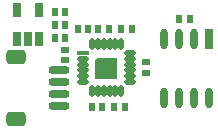
<source format=gts>
G04*
G04 #@! TF.GenerationSoftware,Altium Limited,Altium Designer,18.1.9 (240)*
G04*
G04 Layer_Color=8388736*
%FSLAX25Y25*%
%MOIN*%
G70*
G01*
G75*
%ADD28R,0.02769X0.06706*%
%ADD29O,0.02769X0.06706*%
%ADD30R,0.02769X0.04737*%
G04:AMPARAMS|DCode=31|XSize=47.37mil|YSize=67.06mil|CornerRadius=13.84mil|HoleSize=0mil|Usage=FLASHONLY|Rotation=90.000|XOffset=0mil|YOffset=0mil|HoleType=Round|Shape=RoundedRectangle|*
%AMROUNDEDRECTD31*
21,1,0.04737,0.03937,0,0,90.0*
21,1,0.01968,0.06706,0,0,90.0*
1,1,0.02769,0.01968,0.00984*
1,1,0.02769,0.01968,-0.00984*
1,1,0.02769,-0.01968,-0.00984*
1,1,0.02769,-0.01968,0.00984*
%
%ADD31ROUNDEDRECTD31*%
G04:AMPARAMS|DCode=32|XSize=23.75mil|YSize=67.06mil|CornerRadius=7.94mil|HoleSize=0mil|Usage=FLASHONLY|Rotation=270.000|XOffset=0mil|YOffset=0mil|HoleType=Round|Shape=RoundedRectangle|*
%AMROUNDEDRECTD32*
21,1,0.02375,0.05118,0,0,270.0*
21,1,0.00787,0.06706,0,0,270.0*
1,1,0.01587,-0.02559,-0.00394*
1,1,0.01587,-0.02559,0.00394*
1,1,0.01587,0.02559,0.00394*
1,1,0.01587,0.02559,-0.00394*
%
%ADD32ROUNDEDRECTD32*%
%ADD33R,0.02375X0.02769*%
%ADD34O,0.01784X0.03950*%
%ADD35O,0.03950X0.01784*%
%ADD36R,0.03950X0.01784*%
%ADD37R,0.04737X0.04737*%
%ADD38R,0.02769X0.02375*%
G36*
X356500Y286500D02*
Y279500D01*
X349200D01*
X349200Y285600D01*
X350100Y286500D01*
X356500Y286500D01*
D02*
G37*
D28*
X387100Y292642D02*
D03*
D29*
X382100D02*
D03*
X377100D02*
D03*
X372100D02*
D03*
X387100Y272957D02*
D03*
X382100D02*
D03*
X377100D02*
D03*
X372100D02*
D03*
D30*
X330440Y302249D02*
D03*
X322960D02*
D03*
X326700Y292800D02*
D03*
X322960D02*
D03*
X330440D02*
D03*
D31*
X322600Y265932D02*
D03*
Y286869D02*
D03*
D32*
X337100Y270495D02*
D03*
Y274431D02*
D03*
Y278368D02*
D03*
Y282306D02*
D03*
D33*
X377029Y299375D02*
D03*
X380572Y299375D02*
D03*
X335629Y293000D02*
D03*
X339172Y293000D02*
D03*
X335629Y297300D02*
D03*
X339172Y297300D02*
D03*
X335629Y301600D02*
D03*
X339172Y301600D02*
D03*
X353547Y296200D02*
D03*
X350200D02*
D03*
X343229Y296200D02*
D03*
X346575D02*
D03*
X357829D02*
D03*
X361372Y296200D02*
D03*
X351471Y270100D02*
D03*
X347928Y270100D02*
D03*
X355329Y270100D02*
D03*
X358872Y270100D02*
D03*
D34*
X357821Y291074D02*
D03*
X355853D02*
D03*
X353884D02*
D03*
X351916D02*
D03*
X349947D02*
D03*
X347979D02*
D03*
Y275326D02*
D03*
X349947D02*
D03*
X351916D02*
D03*
X353884D02*
D03*
X355853D02*
D03*
X357821D02*
D03*
D35*
X360774Y278279D02*
D03*
Y280247D02*
D03*
Y282216D02*
D03*
Y284184D02*
D03*
Y286153D02*
D03*
Y288121D02*
D03*
X345026Y286153D02*
D03*
Y284184D02*
D03*
Y282216D02*
D03*
Y280247D02*
D03*
Y278279D02*
D03*
D36*
Y288121D02*
D03*
D37*
X352900Y283200D02*
D03*
D38*
X339172Y285653D02*
D03*
Y289000D02*
D03*
X366000Y281500D02*
D03*
X366000Y285043D02*
D03*
M02*

</source>
